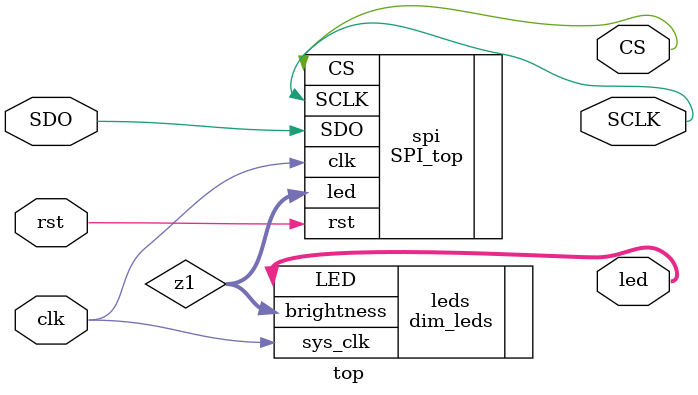
<source format=v>
`timescale 1ns/1ps
module top
(
input clk,
input rst,
input SDO,
output SCLK,
output CS,
output [15:0] led
);

wire [15:0] z1;
SPI_top spi(.clk(clk), .rst(rst), .SDO(SDO), .SCLK(SCLK), .CS(CS), .led(z1));

dim_leds leds(.brightness(z1), .sys_clk(clk), .LED(led));

endmodule
</source>
